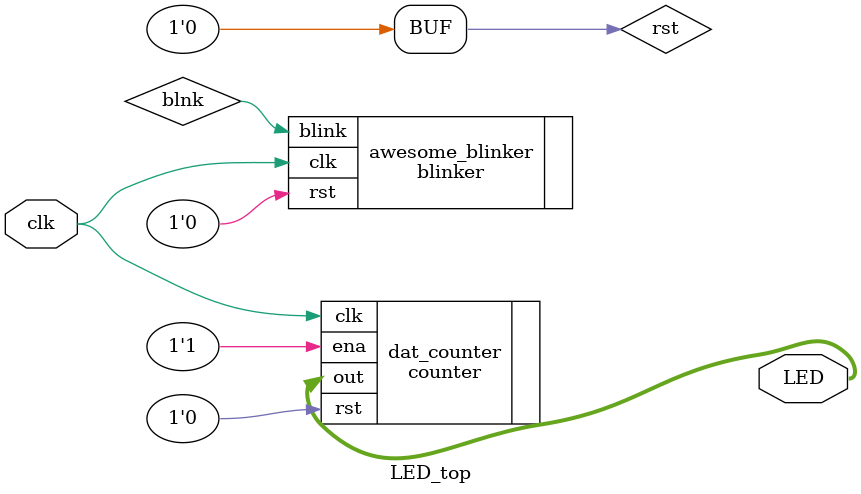
<source format=v>
module LED_top(
    // 50MHz clock input
    input clk,
    output[7:0]LED,
    );

wire rst = 1'b0;//~sw_n[3]; // make reset active high

reg blnk;

  blinker awesome_blinker (
    .clk(clk),
    .rst(rst),
    .blink(blnk)
  );

  counter dat_counter (
    .clk(clk),
    .rst(rst),
    .ena(1'b1),
    .out(LED[7:0])
  );

endmodule

</source>
